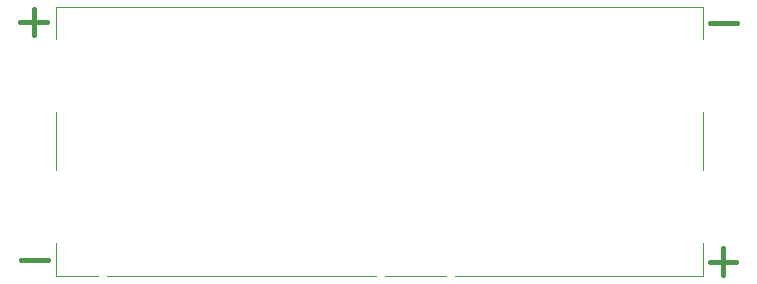
<source format=gbr>
%TF.GenerationSoftware,KiCad,Pcbnew,9.0.1*%
%TF.CreationDate,2025-08-28T21:03:41+10:00*%
%TF.ProjectId,ae-temp-monitor,61652d74-656d-4702-9d6d-6f6e69746f72,rev?*%
%TF.SameCoordinates,Original*%
%TF.FileFunction,Legend,Bot*%
%TF.FilePolarity,Positive*%
%FSLAX46Y46*%
G04 Gerber Fmt 4.6, Leading zero omitted, Abs format (unit mm)*
G04 Created by KiCad (PCBNEW 9.0.1) date 2025-08-28 21:03:41*
%MOMM*%
%LPD*%
G01*
G04 APERTURE LIST*
%ADD10C,0.400000*%
%ADD11C,0.120000*%
%ADD12C,0.750000*%
%ADD13C,0.650000*%
%ADD14C,1.900000*%
%ADD15R,7.450000X6.100000*%
G04 APERTURE END LIST*
D10*
%TO.C,BT2*%
X108675000Y-65184924D02*
X110925000Y-65184924D01*
X108725000Y-85334924D02*
X110975000Y-85334924D01*
X109800000Y-64059924D02*
X109800000Y-66309924D01*
D11*
X111700000Y-63934924D02*
X166500000Y-63934924D01*
X111700000Y-86734924D02*
X111700000Y-63934924D01*
X139100000Y-86734924D02*
X111700000Y-86734924D01*
X166500000Y-63934924D02*
X166500000Y-86734924D01*
X166500000Y-86734924D02*
X139100000Y-86734924D01*
D10*
X167050000Y-85484924D02*
X169300000Y-85484924D01*
X167075000Y-65284924D02*
X169325000Y-65284924D01*
X168175000Y-84359924D02*
X168175000Y-86609924D01*
%TD*%
%LPC*%
D12*
%TO.C,SW2*%
X145145000Y-86589924D03*
X145145000Y-84764924D03*
%TD*%
D13*
%TO.C,J1*%
X154970000Y-81084924D03*
X160750000Y-81084924D03*
%TD*%
D12*
%TO.C,SW1*%
X139175000Y-86584924D03*
X139175000Y-84759924D03*
%TD*%
D14*
%TO.C,BT2*%
X115650000Y-85834924D03*
D15*
X166949999Y-80884924D03*
X166949999Y-69784924D03*
X111250001Y-69784924D03*
X111250001Y-80884924D03*
%TD*%
%LPD*%
M02*

</source>
